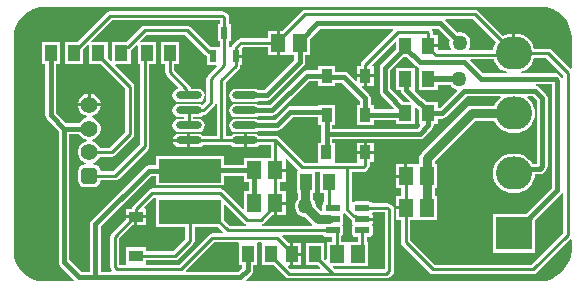
<source format=gbr>
G04*
G04 #@! TF.GenerationSoftware,Altium Limited,Altium Designer,23.0.1 (38)*
G04*
G04 Layer_Physical_Order=1*
G04 Layer_Color=255*
%FSLAX25Y25*%
%MOIN*%
G70*
G04*
G04 #@! TF.SameCoordinates,C317ACD7-2F99-4A28-9CC3-B5CC64B43C24*
G04*
G04*
G04 #@! TF.FilePolarity,Positive*
G04*
G01*
G75*
%ADD16C,0.01000*%
%ADD17R,0.04134X0.05315*%
%ADD18O,0.08661X0.02362*%
%ADD19R,0.02362X0.03937*%
%ADD20R,0.04724X0.05906*%
%ADD21R,0.03583X0.04500*%
G04:AMPARAMS|DCode=22|XSize=49.21mil|YSize=23.23mil|CornerRadius=2.9mil|HoleSize=0mil|Usage=FLASHONLY|Rotation=180.000|XOffset=0mil|YOffset=0mil|HoleType=Round|Shape=RoundedRectangle|*
%AMROUNDEDRECTD22*
21,1,0.04921,0.01742,0,0,180.0*
21,1,0.04341,0.02323,0,0,180.0*
1,1,0.00581,-0.02170,0.00871*
1,1,0.00581,0.02170,0.00871*
1,1,0.00581,0.02170,-0.00871*
1,1,0.00581,-0.02170,-0.00871*
%
%ADD22ROUNDEDRECTD22*%
%ADD23R,0.04500X0.03583*%
%ADD24R,0.20866X0.07874*%
%ADD38C,0.01500*%
%ADD39C,0.03000*%
%ADD40C,0.02000*%
%ADD41O,0.12000X0.11000*%
%ADD42R,0.12000X0.11000*%
%ADD43C,0.05512*%
G04:AMPARAMS|DCode=44|XSize=55.12mil|YSize=55.12mil|CornerRadius=13.78mil|HoleSize=0mil|Usage=FLASHONLY|Rotation=90.000|XOffset=0mil|YOffset=0mil|HoleType=Round|Shape=RoundedRectangle|*
%AMROUNDEDRECTD44*
21,1,0.05512,0.02756,0,0,90.0*
21,1,0.02756,0.05512,0,0,90.0*
1,1,0.02756,0.01378,0.01378*
1,1,0.02756,0.01378,-0.01378*
1,1,0.02756,-0.01378,-0.01378*
1,1,0.02756,-0.01378,0.01378*
%
%ADD44ROUNDEDRECTD44*%
%ADD45C,0.05000*%
G36*
X356471Y451405D02*
X355819D01*
Y445469D01*
X356471D01*
Y444019D01*
X356441Y443532D01*
X353727D01*
X353579Y443561D01*
X353425D01*
X346664Y450322D01*
X346168Y450653D01*
X345583Y450770D01*
X331417D01*
X330832Y450653D01*
X330336Y450322D01*
X325190Y445176D01*
X325096Y445157D01*
X320610D01*
Y439115D01*
X320148Y438924D01*
X319067Y440005D01*
Y445157D01*
X313722D01*
X313530Y445619D01*
X320381Y452471D01*
X356471D01*
Y451405D01*
D02*
G37*
G36*
X448599Y445238D02*
X448536Y445162D01*
X447933Y444033D01*
X447561Y442807D01*
X447534Y442529D01*
X439641D01*
X439404Y443029D01*
X439761Y443649D01*
X440000Y444539D01*
Y445461D01*
X439761Y446351D01*
X439301Y447149D01*
X438649Y447801D01*
X437851Y448261D01*
X436961Y448500D01*
X436039D01*
X435632Y448391D01*
X431553Y452471D01*
X431760Y452971D01*
X440867D01*
X448599Y445238D01*
D02*
G37*
G36*
X433109Y445868D02*
X433000Y445461D01*
Y444539D01*
X433239Y443649D01*
X433596Y443029D01*
X433359Y442529D01*
X429067D01*
Y443500D01*
X426000D01*
Y444500D01*
X429067D01*
Y447657D01*
X427529D01*
Y448158D01*
X427413Y448743D01*
X427097Y449216D01*
X427142Y449436D01*
X427258Y449716D01*
X429261D01*
X433109Y445868D01*
D02*
G37*
G36*
X463501Y457017D02*
Y457017D01*
X463993Y456998D01*
X465513Y456848D01*
X467447Y456261D01*
X469230Y455308D01*
X470792Y454026D01*
X472074Y452464D01*
X473027Y450681D01*
X473614Y448747D01*
X473803Y446833D01*
X473783Y446735D01*
Y436587D01*
X473283Y436380D01*
X467048Y442615D01*
X466552Y442946D01*
X465967Y443062D01*
X461295D01*
X461001Y444033D01*
X460398Y445162D01*
X459585Y446151D01*
X458596Y446964D01*
X457466Y447567D01*
X456241Y447939D01*
X454967Y448065D01*
D01*
Y441533D01*
X453967D01*
Y448065D01*
X452693Y447939D01*
X451467Y447567D01*
X450899Y447264D01*
X442581Y455581D01*
X442085Y455913D01*
X441500Y456029D01*
X384910D01*
X384324Y455913D01*
X383828Y455582D01*
X377199Y448953D01*
X376500D01*
Y445000D01*
Y441047D01*
X379224D01*
X379362Y441047D01*
Y441047D01*
X379724D01*
Y441047D01*
X381302D01*
Y439227D01*
X371359Y429284D01*
X369354D01*
X368949Y429555D01*
X368098Y429724D01*
X361799D01*
X360948Y429555D01*
X360227Y429073D01*
X359745Y428351D01*
X359575Y427500D01*
X359745Y426649D01*
X360227Y425927D01*
X360948Y425445D01*
X361799Y425276D01*
X368098D01*
X368949Y425445D01*
X369354Y425716D01*
X372098D01*
X372781Y425851D01*
X373360Y426238D01*
X384348Y437226D01*
X384348Y437226D01*
X384735Y437805D01*
X384871Y438488D01*
Y441047D01*
X386449D01*
Y446429D01*
X389735Y449716D01*
X414150D01*
X414341Y449254D01*
X403919Y438831D01*
X403587Y438335D01*
X403471Y437750D01*
Y437250D01*
X402209D01*
Y434500D01*
X407791D01*
Y437250D01*
X407316D01*
X407125Y437712D01*
X414794Y445381D01*
X415256Y445190D01*
Y442866D01*
X410238Y437848D01*
X409852Y437269D01*
X409716Y436587D01*
Y428913D01*
X409852Y428231D01*
X410238Y427652D01*
X414644Y423246D01*
X414453Y422784D01*
X407791D01*
Y424250D01*
X406784D01*
Y426500D01*
X406784Y426500D01*
X406648Y427183D01*
X406262Y427762D01*
X403735Y430288D01*
X403927Y430750D01*
X404500D01*
Y433500D01*
X402209D01*
Y432468D01*
X401747Y432277D01*
X399220Y434803D01*
X398641Y435190D01*
X397959Y435326D01*
X394878D01*
Y437250D01*
X389295D01*
Y435784D01*
X385500D01*
X385500Y435784D01*
X384817Y435648D01*
X384238Y435262D01*
X384238Y435262D01*
X373261Y424284D01*
X369354D01*
X368949Y424555D01*
X368098Y424724D01*
X361799D01*
X360948Y424555D01*
X360227Y424073D01*
X359745Y423351D01*
X359575Y422500D01*
X359745Y421649D01*
X360227Y420927D01*
X360948Y420445D01*
X361799Y420276D01*
X368098D01*
X368949Y420445D01*
X369354Y420716D01*
X374000D01*
X374683Y420852D01*
X375262Y421238D01*
X386239Y432216D01*
X389295D01*
Y430750D01*
X394878D01*
Y431757D01*
X397220D01*
X403216Y425761D01*
Y424250D01*
X402209D01*
Y417750D01*
X407791D01*
Y419216D01*
X415256D01*
Y417842D01*
X421390D01*
Y423416D01*
X421415Y423439D01*
X421890Y423637D01*
X422011Y423556D01*
X422933Y422634D01*
Y417842D01*
X423166D01*
X423357Y417381D01*
X422374Y416398D01*
X393871D01*
Y417750D01*
X394878D01*
Y424250D01*
X389295D01*
Y423784D01*
X380000D01*
X379317Y423649D01*
X378738Y423262D01*
X374761Y419284D01*
X369354D01*
X368949Y419555D01*
X368098Y419724D01*
X361799D01*
X360948Y419555D01*
X360227Y419072D01*
X359745Y418351D01*
X359575Y417500D01*
X359745Y416649D01*
X360227Y415928D01*
X360948Y415445D01*
X361799Y415276D01*
X368098D01*
X368949Y415445D01*
X369354Y415716D01*
X375500D01*
X376183Y415851D01*
X376762Y416238D01*
X380739Y420216D01*
X389295D01*
Y417750D01*
X390302D01*
Y414614D01*
Y411750D01*
X389252D01*
Y405250D01*
X388843Y405029D01*
X384633D01*
X376081Y413581D01*
X375585Y413913D01*
X375000Y414029D01*
X369700D01*
X369671Y414073D01*
X368949Y414555D01*
X368098Y414724D01*
X365449D01*
Y412500D01*
Y410276D01*
X368098D01*
X368949Y410445D01*
X369671Y410927D01*
X369700Y410971D01*
X373514D01*
Y406453D01*
X371681D01*
Y406453D01*
X371319D01*
Y406453D01*
X364595D01*
Y404284D01*
X357933D01*
Y407327D01*
X335067D01*
Y404174D01*
X332890D01*
X332207Y404038D01*
X331628Y403651D01*
X313738Y385762D01*
X313351Y385183D01*
X313216Y384500D01*
Y368593D01*
X310431D01*
X306347Y372676D01*
Y414653D01*
X309693D01*
X309995Y414131D01*
X310694Y413432D01*
X311550Y412937D01*
X312215Y412759D01*
Y412241D01*
X311550Y412063D01*
X310694Y411568D01*
X309995Y410869D01*
X309500Y410013D01*
X309244Y409058D01*
Y408069D01*
X309500Y407113D01*
X309995Y406257D01*
X310694Y405557D01*
X311550Y405063D01*
X311818Y404991D01*
X311752Y404492D01*
X311622D01*
X310694Y404307D01*
X309908Y403781D01*
X309382Y402995D01*
X309197Y402067D01*
Y399311D01*
X309382Y398383D01*
X309908Y397597D01*
X310694Y397071D01*
X311622Y396886D01*
X314378D01*
X315306Y397071D01*
X316092Y397597D01*
X316618Y398383D01*
X316772Y399160D01*
X321689D01*
X322274Y399276D01*
X322770Y399607D01*
X332581Y409419D01*
X332913Y409915D01*
X333029Y410500D01*
Y437843D01*
X335228D01*
Y445157D01*
X330151D01*
X329960Y445619D01*
X332051Y447711D01*
X344949D01*
X351710Y440950D01*
X352079Y440704D01*
Y437595D01*
X355278D01*
X355470Y437133D01*
X352419Y434081D01*
X352087Y433585D01*
X351971Y433000D01*
Y425633D01*
X350555Y424218D01*
X350052Y424555D01*
X349201Y424724D01*
X342902D01*
X342051Y424555D01*
X341329Y424073D01*
X340847Y423351D01*
X340678Y422500D01*
X340847Y421649D01*
X341329Y420927D01*
X342051Y420445D01*
X342902Y420276D01*
X344522D01*
Y419724D01*
X342902D01*
X342051Y419555D01*
X341329Y419072D01*
X340847Y418351D01*
X340678Y417500D01*
X340847Y416649D01*
X341329Y415928D01*
X342051Y415445D01*
X342902Y415276D01*
X349201D01*
X350052Y415445D01*
X350773Y415928D01*
X351255Y416649D01*
X351425Y417500D01*
X351255Y418351D01*
X350773Y419072D01*
X350052Y419555D01*
X349201Y419724D01*
X347581D01*
Y420276D01*
X349201D01*
X350052Y420445D01*
X350773Y420927D01*
X350802Y420971D01*
X351000D01*
X351585Y421087D01*
X352081Y421419D01*
X354581Y423919D01*
X354913Y424415D01*
X354971Y424705D01*
X355471Y424655D01*
Y414029D01*
X350802D01*
X350773Y414073D01*
X350052Y414555D01*
X349201Y414724D01*
X346551D01*
Y412500D01*
Y410276D01*
X349201D01*
X350052Y410445D01*
X350773Y410927D01*
X350802Y410971D01*
X360198D01*
X360227Y410927D01*
X360948Y410445D01*
X361799Y410276D01*
X364449D01*
Y412500D01*
Y414724D01*
X361799D01*
X360948Y414555D01*
X360227Y414073D01*
X360198Y414029D01*
X358529D01*
Y431867D01*
X362822Y436159D01*
X363153Y436655D01*
X363269Y437240D01*
Y437595D01*
X363921D01*
Y440063D01*
X361740D01*
Y441063D01*
X363921D01*
Y443258D01*
X364134Y443471D01*
X372638D01*
Y441047D01*
X375500D01*
Y445000D01*
Y448953D01*
X372638D01*
Y446529D01*
X363500D01*
X362915Y446413D01*
X362419Y446081D01*
X360864Y444527D01*
X360533Y444031D01*
X360433Y443532D01*
X359559D01*
X359529Y444019D01*
Y445469D01*
X360181D01*
Y451405D01*
X359529D01*
Y453414D01*
X359413Y454000D01*
X359081Y454496D01*
X358496Y455082D01*
X357999Y455413D01*
X357414Y455529D01*
X319748D01*
X319163Y455413D01*
X318667Y455082D01*
X308743Y445157D01*
X304772D01*
Y437843D01*
X310906D01*
Y442995D01*
X312471Y444560D01*
X312933Y444369D01*
Y437843D01*
X316904D01*
X324971Y429776D01*
Y415133D01*
X319930Y410092D01*
X316454D01*
X316005Y410869D01*
X315306Y411568D01*
X314450Y412063D01*
X313785Y412241D01*
Y412759D01*
X314450Y412937D01*
X315306Y413432D01*
X316005Y414131D01*
X316500Y414987D01*
X316756Y415942D01*
Y416931D01*
X316500Y417887D01*
X316005Y418743D01*
X315306Y419443D01*
X314450Y419937D01*
X313785Y420115D01*
Y420633D01*
X314450Y420811D01*
X315306Y421306D01*
X316005Y422005D01*
X316500Y422861D01*
X316754Y423811D01*
X313000D01*
X309246D01*
X309500Y422861D01*
X309995Y422005D01*
X310694Y421306D01*
X311550Y420811D01*
X312215Y420633D01*
Y420115D01*
X311550Y419937D01*
X310694Y419443D01*
X309995Y418743D01*
X309693Y418221D01*
X305302D01*
X301946Y421578D01*
Y437843D01*
X303228D01*
Y445157D01*
X297094D01*
Y437843D01*
X298377D01*
Y420839D01*
X298513Y420156D01*
X298900Y419577D01*
X302779Y415698D01*
Y371937D01*
X302915Y371254D01*
X303301Y370675D01*
X307927Y366050D01*
X307736Y365587D01*
X298209Y365587D01*
X297709Y365588D01*
X297218Y365609D01*
X295784Y365750D01*
X293932Y366312D01*
X292226Y367224D01*
X290730Y368452D01*
X289502Y369948D01*
X288590Y371654D01*
X288028Y373506D01*
X287887Y374940D01*
X287865Y375432D01*
D01*
X287865Y375928D01*
Y446735D01*
X287865Y446735D01*
X287865D01*
X287885Y447227D01*
X288035Y448747D01*
X288621Y450681D01*
X289574Y452464D01*
X290856Y454026D01*
X292419Y455308D01*
X294201Y456261D01*
X296136Y456848D01*
X297655Y456998D01*
X298147Y457017D01*
Y457017D01*
X298147Y457017D01*
X463501D01*
X463501Y457017D01*
D02*
G37*
G36*
X447933Y439034D02*
X448536Y437904D01*
X449348Y436915D01*
X450338Y436102D01*
X451467Y435499D01*
X452175Y435284D01*
X452101Y434784D01*
X444239D01*
X440015Y439009D01*
X440206Y439471D01*
X447800D01*
X447933Y439034D01*
D02*
G37*
G36*
X470971Y434367D02*
Y433581D01*
X470537Y433355D01*
X470471Y433363D01*
X470262Y433676D01*
X470262Y433676D01*
X469676Y434262D01*
X469097Y434649D01*
X468414Y434784D01*
X456833D01*
X456759Y435284D01*
X457466Y435499D01*
X458596Y436102D01*
X459585Y436915D01*
X460398Y437904D01*
X461001Y439034D01*
X461295Y440004D01*
X465333D01*
X470971Y434367D01*
D02*
G37*
G36*
X421971Y437238D02*
X422549Y436852D01*
X422933Y436657D01*
Y429343D01*
X429067D01*
Y430914D01*
X433435D01*
X433525Y430757D01*
X434177Y430106D01*
X434975Y429645D01*
X435322Y429552D01*
X435471Y428994D01*
X429761Y423284D01*
X429067D01*
Y425157D01*
X425456D01*
X424352Y426262D01*
X424079Y426444D01*
X421598Y428925D01*
X421390Y429343D01*
X421390D01*
X421390Y429343D01*
Y436657D01*
X415256D01*
Y429343D01*
X416805D01*
X416923Y428746D01*
X417310Y428167D01*
X419857Y425619D01*
X419666Y425157D01*
X417779D01*
X413284Y429653D01*
Y435848D01*
X417779Y440343D01*
X418866D01*
X421971Y437238D01*
D02*
G37*
G36*
X467216Y396727D02*
X458744Y388256D01*
X458570Y387994D01*
X447506D01*
Y374994D01*
X461506D01*
Y385589D01*
X461655Y385811D01*
X461731Y386195D01*
X470262Y394726D01*
X470262Y394726D01*
X470471Y395039D01*
X470971Y394887D01*
Y381633D01*
X460366Y371029D01*
X428133D01*
X419986Y379177D01*
Y386047D01*
X421819D01*
Y386047D01*
X422181D01*
Y386047D01*
X428905D01*
Y393953D01*
X428092D01*
Y396547D01*
X428905D01*
Y404453D01*
X428092D01*
Y405487D01*
X441556Y418951D01*
X447992D01*
X448569Y417871D01*
X449382Y416882D01*
X450371Y416069D01*
X451501Y415466D01*
X452726Y415094D01*
X454000Y414968D01*
X455000D01*
X456274Y415094D01*
X457500Y415466D01*
X458629Y416069D01*
X459618Y416882D01*
X460431Y417871D01*
X461034Y419000D01*
X461406Y420226D01*
X461531Y421500D01*
X461406Y422774D01*
X461034Y424000D01*
X460431Y425129D01*
X459618Y426118D01*
X458891Y426716D01*
X459069Y427216D01*
X460761D01*
X462216Y425761D01*
Y404764D01*
X460628D01*
X460437Y405123D01*
X459625Y406112D01*
X458635Y406924D01*
X457506Y407528D01*
X456280Y407900D01*
X455006Y408025D01*
X454006D01*
X452732Y407900D01*
X451507Y407528D01*
X450378Y406924D01*
X449388Y406112D01*
X448575Y405123D01*
X447972Y403993D01*
X447600Y402768D01*
X447475Y401494D01*
X447600Y400220D01*
X447972Y398994D01*
X448575Y397865D01*
X449388Y396875D01*
X450378Y396063D01*
X451507Y395460D01*
X452732Y395088D01*
X454006Y394962D01*
X455006D01*
X456280Y395088D01*
X457506Y395460D01*
X458635Y396063D01*
X459625Y396875D01*
X460437Y397865D01*
X461040Y398994D01*
X461412Y400220D01*
X461508Y401196D01*
X463121D01*
X463804Y401332D01*
X464383Y401718D01*
X465262Y402597D01*
X465649Y403176D01*
X465784Y403859D01*
Y426500D01*
X465649Y427183D01*
X465262Y427762D01*
X465262Y427762D01*
X462762Y430262D01*
X462183Y430649D01*
X461845Y430716D01*
X461894Y431216D01*
X467216D01*
Y396727D01*
D02*
G37*
G36*
X450109Y426716D02*
X449382Y426118D01*
X448569Y425129D01*
X447992Y424049D01*
X440500D01*
X439525Y423855D01*
X438698Y423302D01*
X423741Y408346D01*
X423188Y407519D01*
X422994Y406543D01*
Y404453D01*
X422181D01*
Y404453D01*
X421819D01*
Y404453D01*
X418957D01*
Y400500D01*
X418457D01*
Y400000D01*
X415095D01*
Y396547D01*
X416927D01*
Y393953D01*
X415095D01*
Y390500D01*
X418457D01*
Y389500D01*
X415095D01*
Y386047D01*
X416927D01*
Y378543D01*
X417044Y377958D01*
X417375Y377462D01*
X426419Y368419D01*
X426915Y368087D01*
X427500Y367971D01*
X461000D01*
X461585Y368087D01*
X462081Y368419D01*
X473283Y379620D01*
X473783Y379413D01*
Y375869D01*
X473803Y375771D01*
X473614Y373858D01*
X473267Y372714D01*
X472589Y371533D01*
X471130Y369626D01*
X469432Y367928D01*
X467525Y366469D01*
X467149Y366253D01*
X465513Y365757D01*
X463599Y365568D01*
X463501Y365588D01*
X365264Y365588D01*
X365073Y366050D01*
X367085Y368061D01*
X367085Y368061D01*
X367471Y368640D01*
X367607Y369323D01*
Y370843D01*
X368890D01*
Y378157D01*
X369260Y378471D01*
X370063D01*
X370433Y378157D01*
Y370843D01*
X374404D01*
X378328Y366919D01*
X378824Y366587D01*
X379410Y366471D01*
X412000D01*
X412585Y366587D01*
X413081Y366919D01*
X414081Y367919D01*
X414413Y368415D01*
X414529Y369000D01*
Y389394D01*
X414413Y389980D01*
X414081Y390476D01*
X413496Y391062D01*
X412999Y391393D01*
X412414Y391510D01*
X407282D01*
X407101Y391782D01*
X406674Y392067D01*
X406170Y392167D01*
X401830D01*
X401326Y392067D01*
X401029Y391868D01*
X400597Y392033D01*
X400529Y392090D01*
Y401971D01*
X404371D01*
X404956Y402087D01*
X405452Y402419D01*
X406038Y403004D01*
X406370Y403501D01*
X406486Y404086D01*
Y405250D01*
X407748D01*
Y408000D01*
X404957D01*
X402165D01*
Y405250D01*
X401757Y405029D01*
X395243D01*
X394835Y405250D01*
Y411750D01*
X393871D01*
Y412829D01*
X423114D01*
X423797Y412965D01*
X424375Y413352D01*
X427262Y416238D01*
X427262Y416238D01*
X427648Y416817D01*
X427784Y417500D01*
Y417842D01*
X429067D01*
Y419716D01*
X430500D01*
X431183Y419851D01*
X431762Y420238D01*
X438739Y427216D01*
X449930D01*
X450109Y426716D01*
D02*
G37*
G36*
X329095Y444101D02*
Y437843D01*
X329971D01*
Y411133D01*
X321056Y402218D01*
X316772D01*
X316618Y402995D01*
X316092Y403781D01*
X315306Y404307D01*
X314378Y404492D01*
X314248D01*
X314182Y404991D01*
X314450Y405063D01*
X315306Y405557D01*
X316005Y406257D01*
X316454Y407034D01*
X320563D01*
X321148Y407150D01*
X321644Y407482D01*
X327581Y413419D01*
X327913Y413915D01*
X328029Y414500D01*
Y430409D01*
X327913Y430995D01*
X327581Y431491D01*
X321692Y437381D01*
X321883Y437843D01*
X326744D01*
Y442461D01*
X326916Y442576D01*
X328632Y444292D01*
X329095Y444101D01*
D02*
G37*
G36*
X364595Y398547D02*
X366172D01*
Y395453D01*
X364595D01*
Y389823D01*
X364132Y389632D01*
X357683Y396081D01*
X357187Y396413D01*
X356602Y396529D01*
X334000D01*
X333415Y396413D01*
X332919Y396081D01*
X327581Y390744D01*
X327249Y390248D01*
X327150Y389748D01*
X325250D01*
Y387457D01*
X328500D01*
X331750D01*
Y389748D01*
X331564D01*
X331373Y390210D01*
X334567Y393404D01*
X335067Y393310D01*
Y383673D01*
X345014D01*
Y379677D01*
X340866Y375529D01*
X331750D01*
Y376835D01*
X325250D01*
Y371252D01*
X324818Y371088D01*
X323029D01*
Y379782D01*
X327413Y384165D01*
X328000D01*
Y386457D01*
X325250D01*
Y386328D01*
X320419Y381497D01*
X320087Y381001D01*
X319971Y380415D01*
Y370144D01*
X320087Y369559D01*
X320399Y369093D01*
X320351Y368871D01*
X320235Y368593D01*
X316784D01*
Y383761D01*
X333629Y400605D01*
X335067D01*
Y397453D01*
X357933D01*
Y400716D01*
X364595D01*
Y398547D01*
D02*
G37*
G36*
X389772Y394843D02*
X391309D01*
Y391976D01*
X391018Y391782D01*
X390732Y391355D01*
X390632Y390851D01*
Y389180D01*
X390465Y389054D01*
X390154Y388951D01*
X388500Y390605D01*
Y390961D01*
X388262Y391851D01*
X387801Y392649D01*
X387549Y392901D01*
Y394843D01*
X388228D01*
Y401971D01*
X389772D01*
Y394843D01*
D02*
G37*
G36*
X382680Y402658D02*
X382473Y402157D01*
X382095D01*
Y394843D01*
X382451D01*
Y392901D01*
X382199Y392649D01*
X381738Y391851D01*
X381500Y390961D01*
Y390039D01*
X381738Y389149D01*
X382199Y388351D01*
X382851Y387699D01*
X383649Y387239D01*
X384539Y387000D01*
X384895D01*
X387366Y384529D01*
X387267Y384029D01*
X370479D01*
X370429Y384529D01*
X370719Y384587D01*
X371215Y384919D01*
X373844Y387547D01*
X374543D01*
Y391500D01*
X375043D01*
Y392000D01*
X378405D01*
Y395453D01*
X376573D01*
Y398547D01*
X378405D01*
Y402000D01*
X375043D01*
Y403000D01*
X378405D01*
Y406224D01*
X378906Y406432D01*
X382680Y402658D01*
D02*
G37*
G36*
X364520Y384919D02*
X365016Y384587D01*
X365306Y384529D01*
X365257Y384029D01*
X359740D01*
X357933Y385836D01*
Y390852D01*
X358395Y391044D01*
X364520Y384919D01*
D02*
G37*
G36*
X400007Y386238D02*
X400503Y385906D01*
X400514Y385904D01*
Y385369D01*
X400614Y384866D01*
X400685Y384759D01*
X400867Y384370D01*
X400685Y383981D01*
X400614Y383875D01*
X400514Y383371D01*
Y381629D01*
X400614Y381125D01*
X400899Y380699D01*
X401326Y380414D01*
X401830Y380313D01*
X402471D01*
Y378453D01*
X399138D01*
Y378453D01*
X398776D01*
Y378453D01*
X396943D01*
Y380514D01*
X397219Y380699D01*
X397504Y381125D01*
X397604Y381629D01*
Y383371D01*
X397504Y383875D01*
X397433Y383981D01*
X397251Y384370D01*
X397433Y384759D01*
X397504Y384866D01*
X397604Y385369D01*
Y387111D01*
X397504Y387615D01*
X397433Y387721D01*
X397384Y387826D01*
X397518Y388038D01*
X397547Y388059D01*
X398131Y388113D01*
X400007Y386238D01*
D02*
G37*
G36*
X391018Y380699D02*
X391444Y380414D01*
X391948Y380313D01*
X393884D01*
Y378453D01*
X392051D01*
Y372852D01*
X391589Y372660D01*
X391244Y373005D01*
Y378157D01*
X385110D01*
Y370843D01*
X389081D01*
X389932Y369991D01*
X389741Y369529D01*
X380043D01*
X379192Y370381D01*
X379383Y370843D01*
X380000D01*
Y374500D01*
Y378157D01*
X379596D01*
X377245Y380509D01*
X377436Y380971D01*
X390836D01*
X391018Y380699D01*
D02*
G37*
G36*
X357452Y381991D02*
X357261Y381529D01*
X354000D01*
X353415Y381413D01*
X352919Y381081D01*
X342925Y371088D01*
X332182D01*
X331750Y371252D01*
Y372471D01*
X341500D01*
X342085Y372587D01*
X342581Y372919D01*
X347625Y377962D01*
X347956Y378458D01*
X348073Y379043D01*
Y383673D01*
X355770D01*
X357452Y381991D01*
D02*
G37*
G36*
X411471Y369634D02*
X411367Y369529D01*
X394720D01*
X394164Y370085D01*
X394356Y370547D01*
X398776D01*
Y370547D01*
X399138D01*
Y370547D01*
X405862D01*
Y378453D01*
X405529D01*
Y380313D01*
X406170D01*
X406674Y380414D01*
X407101Y380699D01*
X407386Y381125D01*
X407486Y381629D01*
Y383371D01*
X407386Y383875D01*
X407315Y383981D01*
X407133Y384370D01*
X407315Y384759D01*
X407386Y384866D01*
X407486Y385369D01*
Y385740D01*
X404000D01*
Y386740D01*
X407486D01*
Y387111D01*
X407386Y387615D01*
X407315Y387721D01*
X407165Y388041D01*
X407428Y388451D01*
X411471D01*
Y369634D01*
D02*
G37*
G36*
X362756Y378157D02*
Y370843D01*
X364038D01*
Y370062D01*
X362569Y368593D01*
X345409D01*
X345217Y369055D01*
X354633Y378471D01*
X362386D01*
X362756Y378157D01*
D02*
G37*
%LPC*%
G36*
X407791Y433500D02*
X405500D01*
Y430750D01*
X407791D01*
Y433500D01*
D02*
G37*
G36*
X342905Y445157D02*
X336772D01*
Y437843D01*
X338309D01*
Y435137D01*
X338426Y434552D01*
X338757Y434056D01*
X342633Y430180D01*
X342468Y429638D01*
X342051Y429555D01*
X341329Y429073D01*
X340847Y428351D01*
X340678Y427500D01*
X340847Y426649D01*
X341329Y425927D01*
X342051Y425445D01*
X342902Y425276D01*
X349201D01*
X350052Y425445D01*
X350773Y425927D01*
X351255Y426649D01*
X351425Y427500D01*
X351255Y428351D01*
X350773Y429073D01*
X350052Y429555D01*
X349201Y429724D01*
X346884D01*
X346793Y430181D01*
X346462Y430677D01*
X341368Y435771D01*
Y437843D01*
X342905D01*
Y445157D01*
D02*
G37*
G36*
X313500Y428065D02*
Y424811D01*
X316754D01*
X316500Y425761D01*
X316005Y426617D01*
X315306Y427317D01*
X314450Y427811D01*
X313500Y428065D01*
D02*
G37*
G36*
X312500D02*
X311550Y427811D01*
X310694Y427317D01*
X309995Y426617D01*
X309500Y425761D01*
X309246Y424811D01*
X312500D01*
Y428065D01*
D02*
G37*
G36*
X345551Y414724D02*
X342902D01*
X342051Y414555D01*
X341329Y414073D01*
X340847Y413351D01*
X340777Y413000D01*
X345551D01*
Y414724D01*
D02*
G37*
G36*
Y412000D02*
X340777D01*
X340847Y411649D01*
X341329Y410927D01*
X342051Y410445D01*
X342902Y410276D01*
X345551D01*
Y412000D01*
D02*
G37*
G36*
X407748Y411750D02*
X405457D01*
Y409000D01*
X407748D01*
Y411750D01*
D02*
G37*
G36*
X404457D02*
X402165D01*
Y409000D01*
X404457D01*
Y411750D01*
D02*
G37*
G36*
X417957Y404453D02*
X415095D01*
Y401000D01*
X417957D01*
Y404453D01*
D02*
G37*
G36*
X331750Y386457D02*
X329000D01*
Y384165D01*
X331750D01*
Y386457D01*
D02*
G37*
G36*
X378405Y391000D02*
X375543D01*
Y387547D01*
X378405D01*
Y391000D01*
D02*
G37*
G36*
X383567Y378157D02*
X381000D01*
Y375000D01*
X383567D01*
Y378157D01*
D02*
G37*
G36*
Y374000D02*
X381000D01*
Y370843D01*
X383567D01*
Y374000D01*
D02*
G37*
%LPD*%
D16*
X384910Y454500D02*
X441500D01*
X376000Y445590D02*
X384910Y454500D01*
X441500D02*
X454467Y441533D01*
X319748Y454000D02*
X357414D01*
X358000Y448437D02*
Y453414D01*
X307839Y442091D02*
X319748Y454000D01*
X357414D02*
X358000Y453414D01*
X453934Y441000D02*
X454467Y441533D01*
X426000Y443409D02*
Y448158D01*
X428409Y441000D02*
X453934D01*
X426000Y443409D02*
X428409Y441000D01*
X427500Y369500D02*
X461000D01*
X418457Y378543D02*
Y390000D01*
Y378543D02*
X427500Y369500D01*
X418457Y390000D02*
Y400500D01*
X321500Y380415D02*
X328041Y386957D01*
X321500Y370144D02*
Y380415D01*
X328500Y386957D02*
X328662Y387119D01*
X328041Y386957D02*
X328500D01*
X334000Y395000D02*
X356602D01*
X328662Y387119D02*
Y389662D01*
X334000Y395000D01*
X322086Y369558D02*
X343558D01*
X354000Y380000D01*
X380500Y374500D02*
Y375091D01*
X375590Y380000D02*
X380500Y375091D01*
X354000Y380000D02*
X375590D01*
X321500Y370144D02*
X322086Y369558D01*
X328397Y374000D02*
X341500D01*
X346543Y379043D02*
Y388567D01*
X341500Y374000D02*
X346543Y379043D01*
X472500Y381000D02*
Y435000D01*
X461000Y369500D02*
X472500Y381000D01*
X316000Y440909D02*
X326500Y430409D01*
X320563Y408563D02*
X326500Y414500D01*
Y430409D01*
X331500Y440839D02*
X332161Y441500D01*
X321689Y400689D02*
X331500Y410500D01*
Y440839D01*
X313000Y400689D02*
X321689D01*
X313000Y408563D02*
X320563D01*
X363500Y445000D02*
X376000D01*
X361946Y443446D02*
X363500Y445000D01*
X361946Y440768D02*
Y443446D01*
X361740Y437240D02*
Y440563D01*
X361946Y440768D01*
X359106Y382500D02*
X394752D01*
X352996Y388610D02*
X359106Y382500D01*
X395216Y374303D02*
X395413Y374500D01*
X356602Y395000D02*
X365602Y386000D01*
X346500Y388610D02*
X346543Y388567D01*
X454467Y441533D02*
X465967D01*
X370134Y386000D02*
X375043Y390910D01*
X365602Y386000D02*
X370134D01*
X375043Y390910D02*
Y391500D01*
X346500Y388610D02*
X352996D01*
X357000Y412500D02*
Y432500D01*
X361740Y437240D01*
X346051Y412500D02*
X357000D01*
X364949D01*
X405000Y437750D02*
X415993Y448743D01*
X405000Y434000D02*
Y437750D01*
X415993Y448743D02*
X425414D01*
X426000Y448158D01*
X375043Y412457D02*
X384000Y403500D01*
X375000Y412500D02*
X375043Y412457D01*
Y402500D02*
Y412457D01*
X392839Y390642D02*
X393500Y389980D01*
X394118D01*
X392839Y390642D02*
Y398500D01*
X399000Y403500D02*
X404371D01*
X384000D02*
X399000D01*
X401622Y387319D02*
X402701Y386240D01*
X404000D01*
X401088Y387319D02*
X401622D01*
X399000Y389407D02*
X401088Y387319D01*
X399000Y389407D02*
Y403500D01*
X373500Y373909D02*
X379410Y368000D01*
X394087D01*
X373500Y373909D02*
Y374500D01*
X413000Y369000D02*
Y389394D01*
X404000Y389980D02*
X412414D01*
X413000Y389394D01*
X412000Y368000D02*
X413000Y369000D01*
X394087Y368000D02*
X412000D01*
X388177Y373909D02*
Y374500D01*
Y373909D02*
X394087Y368000D01*
X395413Y374500D02*
Y381839D01*
X394752Y382500D02*
X395413Y381839D01*
X402500Y374500D02*
X404000Y376000D01*
Y382500D01*
X375043Y391500D02*
Y402500D01*
X384000Y403500D02*
Y403500D01*
X404371Y403500D02*
X404957Y404086D01*
Y408500D01*
X364949Y412500D02*
X375000D01*
X465967Y441533D02*
X472500Y435000D01*
X351000Y422500D02*
X353500Y425000D01*
X358000Y437500D02*
Y448437D01*
X353500Y425000D02*
Y433000D01*
X358000Y437500D01*
X346051Y422500D02*
X351000D01*
X352791Y442031D02*
X353579D01*
X345583Y449240D02*
X352791Y442031D01*
X331417Y449240D02*
X345583D01*
X354260Y440563D02*
Y441350D01*
X353579Y442031D02*
X354260Y441350D01*
X316000Y440909D02*
Y441500D01*
X325244Y443657D02*
X325835D01*
X331417Y449240D01*
X323677Y441500D02*
Y442091D01*
X325244Y443657D01*
X345380Y428129D02*
X346010Y427500D01*
X345380Y428129D02*
Y429595D01*
X346010Y427500D02*
X346051D01*
X339839Y435137D02*
X345380Y429595D01*
X339839Y435137D02*
Y441500D01*
X346051Y417500D02*
Y422500D01*
X307839Y441500D02*
Y442091D01*
X376000Y445000D02*
Y445590D01*
D17*
X426000Y421500D02*
D03*
X418323D02*
D03*
Y444000D02*
D03*
X426000D02*
D03*
Y433000D02*
D03*
X418323D02*
D03*
X385161Y398500D02*
D03*
X392839D02*
D03*
X365823Y374500D02*
D03*
X373500D02*
D03*
X300161Y441500D02*
D03*
X307839D02*
D03*
X332161D02*
D03*
X339839D02*
D03*
X323677D02*
D03*
X316000D02*
D03*
X388177Y374500D02*
D03*
X380500D02*
D03*
D18*
X346051Y427500D02*
D03*
Y422500D02*
D03*
Y417500D02*
D03*
Y412500D02*
D03*
X364949Y427500D02*
D03*
Y422500D02*
D03*
Y417500D02*
D03*
Y412500D02*
D03*
D19*
X358000Y448437D02*
D03*
X361740Y440563D02*
D03*
X354260D02*
D03*
D20*
X376000Y445000D02*
D03*
X383087D02*
D03*
X367957Y402500D02*
D03*
X375043D02*
D03*
X367957Y391500D02*
D03*
X375043D02*
D03*
X402500Y374500D02*
D03*
X395413D02*
D03*
X418457Y400500D02*
D03*
X425543D02*
D03*
X418457Y390000D02*
D03*
X425543D02*
D03*
D21*
X392087Y434000D02*
D03*
X405000D02*
D03*
X392087Y421000D02*
D03*
X405000D02*
D03*
X404957Y408500D02*
D03*
X392043D02*
D03*
D22*
X394118Y382500D02*
D03*
Y386240D02*
D03*
Y389980D02*
D03*
X404000D02*
D03*
Y386240D02*
D03*
Y382500D02*
D03*
D23*
X328500Y374043D02*
D03*
Y386957D02*
D03*
D24*
X346500Y402390D02*
D03*
Y388610D02*
D03*
D38*
X375500Y417500D02*
X380000Y422000D01*
X391295D01*
X364949Y417500D02*
X375500D01*
X364949Y422500D02*
X374000D01*
X385500Y434000D02*
X392087D01*
X374000Y422500D02*
X385500Y434000D01*
X426000Y421500D02*
X430500D01*
X426000Y417500D02*
Y421500D01*
X418572Y429428D02*
X423000Y425000D01*
X423091D02*
X426000Y422090D01*
X418572Y429428D02*
Y432751D01*
X418323Y433000D02*
X418572Y432751D01*
X423000Y425000D02*
X423091D01*
X426000Y421500D02*
Y422090D01*
X411500Y428913D02*
X418323Y422090D01*
X405000Y421000D02*
X417232D01*
X418323Y421500D02*
Y422090D01*
X417232Y421000D02*
X418028Y421795D01*
X423114Y414614D02*
X426000Y417500D01*
X392087Y414614D02*
Y421209D01*
Y414614D02*
X423114D01*
X430500Y421500D02*
X438000Y429000D01*
X461500D01*
X464000Y426500D01*
X469000Y395988D02*
Y432414D01*
X468414Y433000D02*
X469000Y432414D01*
X438000Y438500D02*
X443500Y433000D01*
X468414D01*
X392087Y408635D02*
Y414614D01*
X460006Y386994D02*
X469000Y395988D01*
X455993Y402980D02*
X463121D01*
X464000Y403859D02*
Y426500D01*
X463121Y402980D02*
X464000Y403859D01*
X315000Y366808D02*
Y384500D01*
X332890Y402390D02*
X346500D01*
X315000Y384500D02*
X332890Y402390D01*
X454506Y401494D02*
X455993Y402980D01*
X418323Y443409D02*
X423232Y438500D01*
X438000D01*
X391295Y422000D02*
X392087Y421209D01*
X383087Y438488D02*
Y445590D01*
X388996Y451500D02*
X430000D01*
X383087Y445590D02*
X388996Y451500D01*
X315000Y366808D02*
X363308D01*
X309692D02*
X315000D01*
X363308D02*
X365823Y369323D01*
X304563Y371937D02*
Y416437D01*
Y371937D02*
X309692Y366808D01*
X365823Y369323D02*
Y374500D01*
X430000Y451500D02*
X436500Y445000D01*
X418323Y443409D02*
Y444000D01*
X392087Y434000D02*
X392545Y433541D01*
X397959D02*
X405000Y426500D01*
Y421000D02*
Y426500D01*
X392545Y433541D02*
X397959D01*
X411500Y436587D02*
X418323Y443409D01*
X411500Y428913D02*
Y436587D01*
X346610Y402500D02*
X367957D01*
X346500Y402390D02*
X346610Y402500D01*
X367957Y391500D02*
Y402500D01*
X455006Y381494D02*
X460006Y386494D01*
Y386994D01*
X454506Y381494D02*
X455006D01*
X392043Y408592D02*
X392087Y408635D01*
X372098Y427500D02*
X383087Y438488D01*
X364949Y427500D02*
X372098D01*
X300161Y420839D02*
X304563Y416437D01*
X313000D01*
X300161Y420839D02*
Y441500D01*
D39*
X425543Y390000D02*
Y406543D01*
X440500Y421500D02*
X454500D01*
X425543Y406543D02*
X440500Y421500D01*
X385000Y390500D02*
X389238Y386262D01*
X392908D01*
X385000Y398339D02*
X385161Y398500D01*
X385000Y390500D02*
Y398339D01*
D40*
X436279Y432953D02*
X436326Y432906D01*
X426047Y432953D02*
X436279D01*
X426000Y433000D02*
X426047Y432953D01*
D41*
X454506Y401494D02*
D03*
X454500Y421500D02*
D03*
X454467Y441533D02*
D03*
D42*
X454506Y381494D02*
D03*
D43*
X313000Y424311D02*
D03*
Y416437D02*
D03*
Y408563D02*
D03*
D44*
Y400689D02*
D03*
D45*
X436326Y432906D02*
D03*
X436500Y445000D02*
D03*
X385000Y390500D02*
D03*
M02*

</source>
